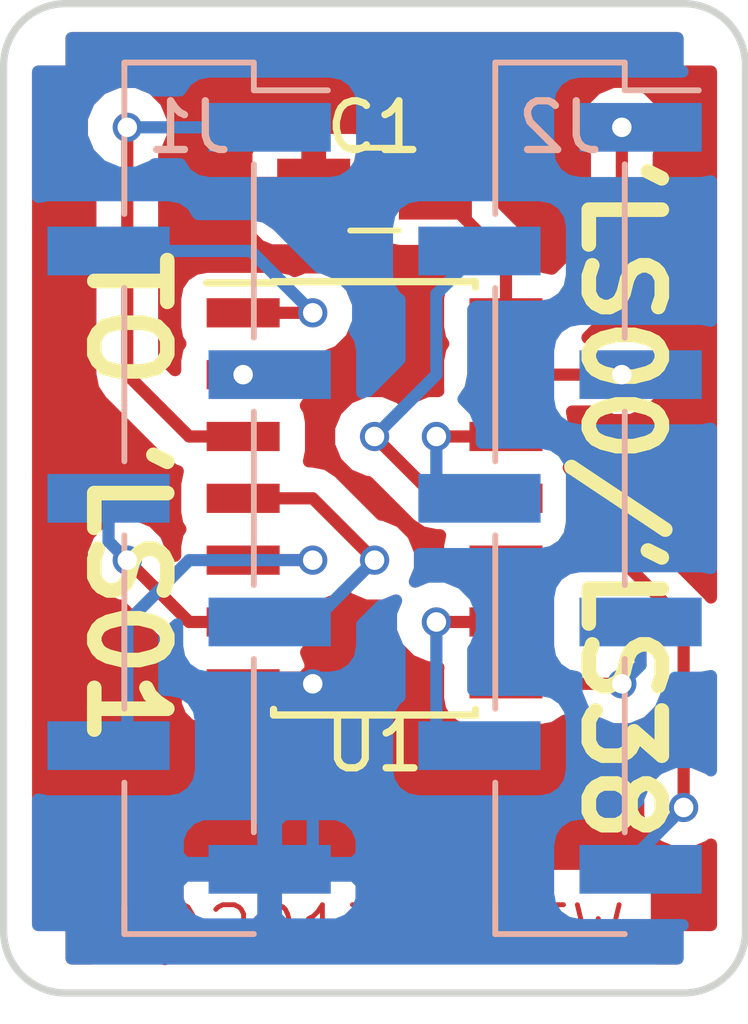
<source format=kicad_pcb>
(kicad_pcb (version 4) (host pcbnew 4.0.7)

  (general
    (links 16)
    (no_connects 0)
    (area 142.164999 93.904999 157.555001 115.165)
    (thickness 1.6)
    (drawings 11)
    (tracks 66)
    (zones 0)
    (modules 4)
    (nets 15)
  )

  (page A4)
  (layers
    (0 F.Cu signal)
    (31 B.Cu signal)
    (32 B.Adhes user)
    (33 F.Adhes user)
    (34 B.Paste user)
    (35 F.Paste user)
    (36 B.SilkS user)
    (37 F.SilkS user)
    (38 B.Mask user)
    (39 F.Mask user)
    (40 Dwgs.User user)
    (41 Cmts.User user)
    (42 Eco1.User user)
    (43 Eco2.User user)
    (44 Edge.Cuts user)
    (45 Margin user)
    (46 B.CrtYd user)
    (47 F.CrtYd user)
    (48 B.Fab user)
    (49 F.Fab user)
  )

  (setup
    (last_trace_width 0.25)
    (trace_clearance 0.2)
    (zone_clearance 0.508)
    (zone_45_only no)
    (trace_min 0.2)
    (segment_width 0.2)
    (edge_width 0.15)
    (via_size 0.6)
    (via_drill 0.4)
    (via_min_size 0.4)
    (via_min_drill 0.3)
    (uvia_size 0.3)
    (uvia_drill 0.1)
    (uvias_allowed no)
    (uvia_min_size 0.2)
    (uvia_min_drill 0.1)
    (pcb_text_width 0.3)
    (pcb_text_size 1.5 1.5)
    (mod_edge_width 0.15)
    (mod_text_size 1 1)
    (mod_text_width 0.15)
    (pad_size 1.524 1.524)
    (pad_drill 0.762)
    (pad_to_mask_clearance 0.2)
    (aux_axis_origin 0 0)
    (visible_elements 7FFFFFFF)
    (pcbplotparams
      (layerselection 0x00030_80000001)
      (usegerberextensions false)
      (excludeedgelayer true)
      (linewidth 0.100000)
      (plotframeref false)
      (viasonmask false)
      (mode 1)
      (useauxorigin false)
      (hpglpennumber 1)
      (hpglpenspeed 20)
      (hpglpendiameter 15)
      (hpglpenoverlay 2)
      (psnegative false)
      (psa4output false)
      (plotreference true)
      (plotvalue true)
      (plotinvisibletext false)
      (padsonsilk false)
      (subtractmaskfromsilk false)
      (outputformat 1)
      (mirror false)
      (drillshape 1)
      (scaleselection 1)
      (outputdirectory ""))
  )

  (net 0 "")
  (net 1 +5V)
  (net 2 GND)
  (net 3 /A_OUT)
  (net 4 /A_IN2)
  (net 5 /B_IN1)
  (net 6 /A_IN1)
  (net 7 /B_OUT)
  (net 8 /B_IN2)
  (net 9 /D_IN2)
  (net 10 /C_OUT)
  (net 11 /C_IN2)
  (net 12 /D_OUT)
  (net 13 /D_IN1)
  (net 14 /C_IN1)

  (net_class Default "This is the default net class."
    (clearance 0.2)
    (trace_width 0.25)
    (via_dia 0.6)
    (via_drill 0.4)
    (uvia_dia 0.3)
    (uvia_drill 0.1)
    (add_net +5V)
    (add_net /A_IN1)
    (add_net /A_IN2)
    (add_net /A_OUT)
    (add_net /B_IN1)
    (add_net /B_IN2)
    (add_net /B_OUT)
    (add_net /C_IN1)
    (add_net /C_IN2)
    (add_net /C_OUT)
    (add_net /D_IN1)
    (add_net /D_IN2)
    (add_net /D_OUT)
    (add_net GND)
  )

  (module Capacitors_SMD:C_0805_HandSoldering (layer F.Cu) (tedit 59E8A2D8) (tstamp 59E89DE3)
    (at 149.86 97.79 180)
    (descr "Capacitor SMD 0805, hand soldering")
    (tags "capacitor 0805")
    (path /59E8A03C)
    (attr smd)
    (fp_text reference C1 (at 0 1.27 180) (layer F.SilkS)
      (effects (font (size 1 1) (thickness 0.15)))
    )
    (fp_text value C (at 0 1.75 180) (layer F.Fab)
      (effects (font (size 1 1) (thickness 0.15)))
    )
    (fp_text user %R (at 0 -1.75 180) (layer F.Fab)
      (effects (font (size 1 1) (thickness 0.15)))
    )
    (fp_line (start -1 0.62) (end -1 -0.62) (layer F.Fab) (width 0.1))
    (fp_line (start 1 0.62) (end -1 0.62) (layer F.Fab) (width 0.1))
    (fp_line (start 1 -0.62) (end 1 0.62) (layer F.Fab) (width 0.1))
    (fp_line (start -1 -0.62) (end 1 -0.62) (layer F.Fab) (width 0.1))
    (fp_line (start 0.5 -0.85) (end -0.5 -0.85) (layer F.SilkS) (width 0.12))
    (fp_line (start -0.5 0.85) (end 0.5 0.85) (layer F.SilkS) (width 0.12))
    (fp_line (start -2.25 -0.88) (end 2.25 -0.88) (layer F.CrtYd) (width 0.05))
    (fp_line (start -2.25 -0.88) (end -2.25 0.87) (layer F.CrtYd) (width 0.05))
    (fp_line (start 2.25 0.87) (end 2.25 -0.88) (layer F.CrtYd) (width 0.05))
    (fp_line (start 2.25 0.87) (end -2.25 0.87) (layer F.CrtYd) (width 0.05))
    (pad 1 smd rect (at -1.25 0 180) (size 1.5 1.25) (layers F.Cu F.Paste F.Mask)
      (net 1 +5V))
    (pad 2 smd rect (at 1.25 0 180) (size 1.5 1.25) (layers F.Cu F.Paste F.Mask)
      (net 2 GND))
    (model Capacitors_SMD.3dshapes/C_0805.wrl
      (at (xyz 0 0 0))
      (scale (xyz 1 1 1))
      (rotate (xyz 0 0 0))
    )
  )

  (module Pin_Headers:Pin_Header_Straight_1x07_Pitch2.54mm_SMD_Pin1Left (layer B.Cu) (tedit 59E8A37C) (tstamp 59E89DEE)
    (at 146.05 104.14 180)
    (descr "surface-mounted straight pin header, 1x07, 2.54mm pitch, single row, style 1 (pin 1 left)")
    (tags "Surface mounted pin header SMD 1x07 2.54mm single row style1 pin1 left")
    (path /59E8A863)
    (attr smd)
    (fp_text reference J1 (at 0 7.62 180) (layer B.SilkS)
      (effects (font (size 1 1) (thickness 0.15)) (justify mirror))
    )
    (fp_text value Conn_LT (at 0 -9.95 180) (layer B.Fab)
      (effects (font (size 1 1) (thickness 0.15)) (justify mirror))
    )
    (fp_line (start 1.27 -8.89) (end -1.27 -8.89) (layer B.Fab) (width 0.1))
    (fp_line (start -0.32 8.89) (end 1.27 8.89) (layer B.Fab) (width 0.1))
    (fp_line (start -1.27 -8.89) (end -1.27 7.94) (layer B.Fab) (width 0.1))
    (fp_line (start -1.27 7.94) (end -0.32 8.89) (layer B.Fab) (width 0.1))
    (fp_line (start 1.27 8.89) (end 1.27 -8.89) (layer B.Fab) (width 0.1))
    (fp_line (start -1.27 7.94) (end -2.54 7.94) (layer B.Fab) (width 0.1))
    (fp_line (start -2.54 7.94) (end -2.54 7.3) (layer B.Fab) (width 0.1))
    (fp_line (start -2.54 7.3) (end -1.27 7.3) (layer B.Fab) (width 0.1))
    (fp_line (start -1.27 2.86) (end -2.54 2.86) (layer B.Fab) (width 0.1))
    (fp_line (start -2.54 2.86) (end -2.54 2.22) (layer B.Fab) (width 0.1))
    (fp_line (start -2.54 2.22) (end -1.27 2.22) (layer B.Fab) (width 0.1))
    (fp_line (start -1.27 -2.22) (end -2.54 -2.22) (layer B.Fab) (width 0.1))
    (fp_line (start -2.54 -2.22) (end -2.54 -2.86) (layer B.Fab) (width 0.1))
    (fp_line (start -2.54 -2.86) (end -1.27 -2.86) (layer B.Fab) (width 0.1))
    (fp_line (start -1.27 -7.3) (end -2.54 -7.3) (layer B.Fab) (width 0.1))
    (fp_line (start -2.54 -7.3) (end -2.54 -7.94) (layer B.Fab) (width 0.1))
    (fp_line (start -2.54 -7.94) (end -1.27 -7.94) (layer B.Fab) (width 0.1))
    (fp_line (start 1.27 5.4) (end 2.54 5.4) (layer B.Fab) (width 0.1))
    (fp_line (start 2.54 5.4) (end 2.54 4.76) (layer B.Fab) (width 0.1))
    (fp_line (start 2.54 4.76) (end 1.27 4.76) (layer B.Fab) (width 0.1))
    (fp_line (start 1.27 0.32) (end 2.54 0.32) (layer B.Fab) (width 0.1))
    (fp_line (start 2.54 0.32) (end 2.54 -0.32) (layer B.Fab) (width 0.1))
    (fp_line (start 2.54 -0.32) (end 1.27 -0.32) (layer B.Fab) (width 0.1))
    (fp_line (start 1.27 -4.76) (end 2.54 -4.76) (layer B.Fab) (width 0.1))
    (fp_line (start 2.54 -4.76) (end 2.54 -5.4) (layer B.Fab) (width 0.1))
    (fp_line (start 2.54 -5.4) (end 1.27 -5.4) (layer B.Fab) (width 0.1))
    (fp_line (start -1.33 8.95) (end 1.33 8.95) (layer B.SilkS) (width 0.12))
    (fp_line (start -1.33 -8.95) (end 1.33 -8.95) (layer B.SilkS) (width 0.12))
    (fp_line (start 1.33 8.95) (end 1.33 5.84) (layer B.SilkS) (width 0.12))
    (fp_line (start -1.33 8.38) (end -2.85 8.38) (layer B.SilkS) (width 0.12))
    (fp_line (start -1.33 8.95) (end -1.33 8.38) (layer B.SilkS) (width 0.12))
    (fp_line (start 1.33 -8.38) (end 1.33 -8.95) (layer B.SilkS) (width 0.12))
    (fp_line (start 1.33 4.32) (end 1.33 0.76) (layer B.SilkS) (width 0.12))
    (fp_line (start 1.33 -0.76) (end 1.33 -4.32) (layer B.SilkS) (width 0.12))
    (fp_line (start 1.33 -5.84) (end 1.33 -8.95) (layer B.SilkS) (width 0.12))
    (fp_line (start -1.33 6.86) (end -1.33 3.3) (layer B.SilkS) (width 0.12))
    (fp_line (start -1.33 1.78) (end -1.33 -1.78) (layer B.SilkS) (width 0.12))
    (fp_line (start -1.33 -3.3) (end -1.33 -6.86) (layer B.SilkS) (width 0.12))
    (fp_line (start -3.45 9.4) (end -3.45 -9.4) (layer B.CrtYd) (width 0.05))
    (fp_line (start -3.45 -9.4) (end 3.45 -9.4) (layer B.CrtYd) (width 0.05))
    (fp_line (start 3.45 -9.4) (end 3.45 9.4) (layer B.CrtYd) (width 0.05))
    (fp_line (start 3.45 9.4) (end -3.45 9.4) (layer B.CrtYd) (width 0.05))
    (fp_text user %R (at 0 0 450) (layer B.Fab)
      (effects (font (size 1 1) (thickness 0.15)) (justify mirror))
    )
    (pad 1 smd rect (at -1.655 7.62 180) (size 2.51 1) (layers B.Cu B.Paste B.Mask)
      (net 3 /A_OUT))
    (pad 3 smd rect (at -1.655 2.54 180) (size 2.51 1) (layers B.Cu B.Paste B.Mask)
      (net 4 /A_IN2))
    (pad 5 smd rect (at -1.655 -2.54 180) (size 2.51 1) (layers B.Cu B.Paste B.Mask)
      (net 5 /B_IN1))
    (pad 7 smd rect (at -1.655 -7.62 180) (size 2.51 1) (layers B.Cu B.Paste B.Mask)
      (net 2 GND))
    (pad 2 smd rect (at 1.655 5.08 180) (size 2.51 1) (layers B.Cu B.Paste B.Mask)
      (net 6 /A_IN1))
    (pad 4 smd rect (at 1.655 0 180) (size 2.51 1) (layers B.Cu B.Paste B.Mask)
      (net 7 /B_OUT))
    (pad 6 smd rect (at 1.655 -5.08 180) (size 2.51 1) (layers B.Cu B.Paste B.Mask)
      (net 8 /B_IN2))
    (model ${KISYS3DMOD}/Pin_Headers.3dshapes/Pin_Header_Straight_1x07_Pitch2.54mm_SMD_Pin1Left.wrl
      (at (xyz 0 0 0))
      (scale (xyz 1 1 1))
      (rotate (xyz 0 0 0))
    )
  )

  (module Pin_Headers:Pin_Header_Straight_1x07_Pitch2.54mm_SMD_Pin1Left (layer B.Cu) (tedit 59E8A37A) (tstamp 59E89DF9)
    (at 153.67 104.14 180)
    (descr "surface-mounted straight pin header, 1x07, 2.54mm pitch, single row, style 1 (pin 1 left)")
    (tags "Surface mounted pin header SMD 1x07 2.54mm single row style1 pin1 left")
    (path /59E8A898)
    (attr smd)
    (fp_text reference J2 (at 0 7.62 180) (layer B.SilkS)
      (effects (font (size 1 1) (thickness 0.15)) (justify mirror))
    )
    (fp_text value Conn_RT (at 0 -9.95 180) (layer B.Fab)
      (effects (font (size 1 1) (thickness 0.15)) (justify mirror))
    )
    (fp_line (start 1.27 -8.89) (end -1.27 -8.89) (layer B.Fab) (width 0.1))
    (fp_line (start -0.32 8.89) (end 1.27 8.89) (layer B.Fab) (width 0.1))
    (fp_line (start -1.27 -8.89) (end -1.27 7.94) (layer B.Fab) (width 0.1))
    (fp_line (start -1.27 7.94) (end -0.32 8.89) (layer B.Fab) (width 0.1))
    (fp_line (start 1.27 8.89) (end 1.27 -8.89) (layer B.Fab) (width 0.1))
    (fp_line (start -1.27 7.94) (end -2.54 7.94) (layer B.Fab) (width 0.1))
    (fp_line (start -2.54 7.94) (end -2.54 7.3) (layer B.Fab) (width 0.1))
    (fp_line (start -2.54 7.3) (end -1.27 7.3) (layer B.Fab) (width 0.1))
    (fp_line (start -1.27 2.86) (end -2.54 2.86) (layer B.Fab) (width 0.1))
    (fp_line (start -2.54 2.86) (end -2.54 2.22) (layer B.Fab) (width 0.1))
    (fp_line (start -2.54 2.22) (end -1.27 2.22) (layer B.Fab) (width 0.1))
    (fp_line (start -1.27 -2.22) (end -2.54 -2.22) (layer B.Fab) (width 0.1))
    (fp_line (start -2.54 -2.22) (end -2.54 -2.86) (layer B.Fab) (width 0.1))
    (fp_line (start -2.54 -2.86) (end -1.27 -2.86) (layer B.Fab) (width 0.1))
    (fp_line (start -1.27 -7.3) (end -2.54 -7.3) (layer B.Fab) (width 0.1))
    (fp_line (start -2.54 -7.3) (end -2.54 -7.94) (layer B.Fab) (width 0.1))
    (fp_line (start -2.54 -7.94) (end -1.27 -7.94) (layer B.Fab) (width 0.1))
    (fp_line (start 1.27 5.4) (end 2.54 5.4) (layer B.Fab) (width 0.1))
    (fp_line (start 2.54 5.4) (end 2.54 4.76) (layer B.Fab) (width 0.1))
    (fp_line (start 2.54 4.76) (end 1.27 4.76) (layer B.Fab) (width 0.1))
    (fp_line (start 1.27 0.32) (end 2.54 0.32) (layer B.Fab) (width 0.1))
    (fp_line (start 2.54 0.32) (end 2.54 -0.32) (layer B.Fab) (width 0.1))
    (fp_line (start 2.54 -0.32) (end 1.27 -0.32) (layer B.Fab) (width 0.1))
    (fp_line (start 1.27 -4.76) (end 2.54 -4.76) (layer B.Fab) (width 0.1))
    (fp_line (start 2.54 -4.76) (end 2.54 -5.4) (layer B.Fab) (width 0.1))
    (fp_line (start 2.54 -5.4) (end 1.27 -5.4) (layer B.Fab) (width 0.1))
    (fp_line (start -1.33 8.95) (end 1.33 8.95) (layer B.SilkS) (width 0.12))
    (fp_line (start -1.33 -8.95) (end 1.33 -8.95) (layer B.SilkS) (width 0.12))
    (fp_line (start 1.33 8.95) (end 1.33 5.84) (layer B.SilkS) (width 0.12))
    (fp_line (start -1.33 8.38) (end -2.85 8.38) (layer B.SilkS) (width 0.12))
    (fp_line (start -1.33 8.95) (end -1.33 8.38) (layer B.SilkS) (width 0.12))
    (fp_line (start 1.33 -8.38) (end 1.33 -8.95) (layer B.SilkS) (width 0.12))
    (fp_line (start 1.33 4.32) (end 1.33 0.76) (layer B.SilkS) (width 0.12))
    (fp_line (start 1.33 -0.76) (end 1.33 -4.32) (layer B.SilkS) (width 0.12))
    (fp_line (start 1.33 -5.84) (end 1.33 -8.95) (layer B.SilkS) (width 0.12))
    (fp_line (start -1.33 6.86) (end -1.33 3.3) (layer B.SilkS) (width 0.12))
    (fp_line (start -1.33 1.78) (end -1.33 -1.78) (layer B.SilkS) (width 0.12))
    (fp_line (start -1.33 -3.3) (end -1.33 -6.86) (layer B.SilkS) (width 0.12))
    (fp_line (start -3.45 9.4) (end -3.45 -9.4) (layer B.CrtYd) (width 0.05))
    (fp_line (start -3.45 -9.4) (end 3.45 -9.4) (layer B.CrtYd) (width 0.05))
    (fp_line (start 3.45 -9.4) (end 3.45 9.4) (layer B.CrtYd) (width 0.05))
    (fp_line (start 3.45 9.4) (end -3.45 9.4) (layer B.CrtYd) (width 0.05))
    (fp_text user %R (at 0 0 450) (layer B.Fab)
      (effects (font (size 1 1) (thickness 0.15)) (justify mirror))
    )
    (pad 1 smd rect (at -1.655 7.62 180) (size 2.51 1) (layers B.Cu B.Paste B.Mask)
      (net 1 +5V))
    (pad 3 smd rect (at -1.655 2.54 180) (size 2.51 1) (layers B.Cu B.Paste B.Mask)
      (net 9 /D_IN2))
    (pad 5 smd rect (at -1.655 -2.54 180) (size 2.51 1) (layers B.Cu B.Paste B.Mask)
      (net 10 /C_OUT))
    (pad 7 smd rect (at -1.655 -7.62 180) (size 2.51 1) (layers B.Cu B.Paste B.Mask)
      (net 11 /C_IN2))
    (pad 2 smd rect (at 1.655 5.08 180) (size 2.51 1) (layers B.Cu B.Paste B.Mask)
      (net 12 /D_OUT))
    (pad 4 smd rect (at 1.655 0 180) (size 2.51 1) (layers B.Cu B.Paste B.Mask)
      (net 13 /D_IN1))
    (pad 6 smd rect (at 1.655 -5.08 180) (size 2.51 1) (layers B.Cu B.Paste B.Mask)
      (net 14 /C_IN1))
    (model ${KISYS3DMOD}/Pin_Headers.3dshapes/Pin_Header_Straight_1x07_Pitch2.54mm_SMD_Pin1Left.wrl
      (at (xyz 0 0 0))
      (scale (xyz 1 1 1))
      (rotate (xyz 0 0 0))
    )
  )

  (module Housings_SOIC:SOIC-14_3.9x8.7mm_Pitch1.27mm (layer F.Cu) (tedit 59E8A2CE) (tstamp 59E89E0B)
    (at 149.86 104.14)
    (descr "14-Lead Plastic Small Outline (SL) - Narrow, 3.90 mm Body [SOIC] (see Microchip Packaging Specification 00000049BS.pdf)")
    (tags "SOIC 1.27")
    (path /59E89676)
    (attr smd)
    (fp_text reference U1 (at 0 5.08) (layer F.SilkS)
      (effects (font (size 1 1) (thickness 0.15)))
    )
    (fp_text value 74LS38 (at 0 5.375) (layer F.Fab)
      (effects (font (size 1 1) (thickness 0.15)))
    )
    (fp_text user %R (at 0 0) (layer F.Fab)
      (effects (font (size 0.9 0.9) (thickness 0.135)))
    )
    (fp_line (start -0.95 -4.35) (end 1.95 -4.35) (layer F.Fab) (width 0.15))
    (fp_line (start 1.95 -4.35) (end 1.95 4.35) (layer F.Fab) (width 0.15))
    (fp_line (start 1.95 4.35) (end -1.95 4.35) (layer F.Fab) (width 0.15))
    (fp_line (start -1.95 4.35) (end -1.95 -3.35) (layer F.Fab) (width 0.15))
    (fp_line (start -1.95 -3.35) (end -0.95 -4.35) (layer F.Fab) (width 0.15))
    (fp_line (start -3.7 -4.65) (end -3.7 4.65) (layer F.CrtYd) (width 0.05))
    (fp_line (start 3.7 -4.65) (end 3.7 4.65) (layer F.CrtYd) (width 0.05))
    (fp_line (start -3.7 -4.65) (end 3.7 -4.65) (layer F.CrtYd) (width 0.05))
    (fp_line (start -3.7 4.65) (end 3.7 4.65) (layer F.CrtYd) (width 0.05))
    (fp_line (start -2.075 -4.45) (end -2.075 -4.425) (layer F.SilkS) (width 0.15))
    (fp_line (start 2.075 -4.45) (end 2.075 -4.335) (layer F.SilkS) (width 0.15))
    (fp_line (start 2.075 4.45) (end 2.075 4.335) (layer F.SilkS) (width 0.15))
    (fp_line (start -2.075 4.45) (end -2.075 4.335) (layer F.SilkS) (width 0.15))
    (fp_line (start -2.075 -4.45) (end 2.075 -4.45) (layer F.SilkS) (width 0.15))
    (fp_line (start -2.075 4.45) (end 2.075 4.45) (layer F.SilkS) (width 0.15))
    (fp_line (start -2.075 -4.425) (end -3.45 -4.425) (layer F.SilkS) (width 0.15))
    (pad 1 smd rect (at -2.7 -3.81) (size 1.5 0.6) (layers F.Cu F.Paste F.Mask)
      (net 6 /A_IN1))
    (pad 2 smd rect (at -2.7 -2.54) (size 1.5 0.6) (layers F.Cu F.Paste F.Mask)
      (net 4 /A_IN2))
    (pad 3 smd rect (at -2.7 -1.27) (size 1.5 0.6) (layers F.Cu F.Paste F.Mask)
      (net 3 /A_OUT))
    (pad 4 smd rect (at -2.7 0) (size 1.5 0.6) (layers F.Cu F.Paste F.Mask)
      (net 5 /B_IN1))
    (pad 5 smd rect (at -2.7 1.27) (size 1.5 0.6) (layers F.Cu F.Paste F.Mask)
      (net 8 /B_IN2))
    (pad 6 smd rect (at -2.7 2.54) (size 1.5 0.6) (layers F.Cu F.Paste F.Mask)
      (net 7 /B_OUT))
    (pad 7 smd rect (at -2.7 3.81) (size 1.5 0.6) (layers F.Cu F.Paste F.Mask)
      (net 2 GND))
    (pad 8 smd rect (at 2.7 3.81) (size 1.5 0.6) (layers F.Cu F.Paste F.Mask)
      (net 10 /C_OUT))
    (pad 9 smd rect (at 2.7 2.54) (size 1.5 0.6) (layers F.Cu F.Paste F.Mask)
      (net 14 /C_IN1))
    (pad 10 smd rect (at 2.7 1.27) (size 1.5 0.6) (layers F.Cu F.Paste F.Mask)
      (net 11 /C_IN2))
    (pad 11 smd rect (at 2.7 0) (size 1.5 0.6) (layers F.Cu F.Paste F.Mask)
      (net 12 /D_OUT))
    (pad 12 smd rect (at 2.7 -1.27) (size 1.5 0.6) (layers F.Cu F.Paste F.Mask)
      (net 13 /D_IN1))
    (pad 13 smd rect (at 2.7 -2.54) (size 1.5 0.6) (layers F.Cu F.Paste F.Mask)
      (net 9 /D_IN2))
    (pad 14 smd rect (at 2.7 -3.81) (size 1.5 0.6) (layers F.Cu F.Paste F.Mask)
      (net 1 +5V))
    (model ${KISYS3DMOD}/Housings_SOIC.3dshapes/SOIC-14_3.9x8.7mm_Pitch1.27mm.wrl
      (at (xyz 0 0 0))
      (scale (xyz 1 1 1))
      (rotate (xyz 0 0 0))
    )
  )

  (gr_text "TO 'LS01" (at 144.78 104.14 270) (layer F.SilkS)
    (effects (font (size 1.5 1.5) (thickness 0.3)))
  )
  (gr_text 'LS00/'LS38 (at 154.94 104.14 270) (layer F.SilkS)
    (effects (font (size 1.5 1.5) (thickness 0.3)))
  )
  (gr_text "©2017 NGFW" (at 149.86 113.03) (layer F.Cu)
    (effects (font (size 1 1) (thickness 0.1)))
  )
  (gr_line (start 157.48 95.25) (end 157.48 113.03) (angle 90) (layer Edge.Cuts) (width 0.15))
  (gr_line (start 143.51 93.98) (end 156.21 93.98) (angle 90) (layer Edge.Cuts) (width 0.15))
  (gr_line (start 142.24 113.03) (end 142.24 95.25) (angle 90) (layer Edge.Cuts) (width 0.15))
  (gr_line (start 156.21 114.3) (end 143.51 114.3) (angle 90) (layer Edge.Cuts) (width 0.15))
  (gr_arc (start 156.21 113.03) (end 157.48 113.03) (angle 90) (layer Edge.Cuts) (width 0.15))
  (gr_arc (start 143.51 113.03) (end 143.51 114.3) (angle 90) (layer Edge.Cuts) (width 0.15))
  (gr_arc (start 143.51 95.25) (end 142.24 95.25) (angle 90) (layer Edge.Cuts) (width 0.15))
  (gr_arc (start 156.21 95.25) (end 156.21 93.98) (angle 90) (layer Edge.Cuts) (width 0.15))

  (segment (start 152.56 100.33) (end 153.67 100.33) (width 0.25) (layer F.Cu) (net 1))
  (segment (start 154.94 96.52) (end 155.325 96.52) (width 0.25) (layer B.Cu) (net 1) (tstamp 59E89F18))
  (via (at 154.94 96.52) (size 0.6) (drill 0.4) (layers F.Cu B.Cu) (net 1))
  (segment (start 154.94 99.06) (end 154.94 96.52) (width 0.25) (layer F.Cu) (net 1) (tstamp 59E89F14))
  (segment (start 153.67 100.33) (end 154.94 99.06) (width 0.25) (layer F.Cu) (net 1) (tstamp 59E89F13))
  (segment (start 152.56 100.33) (end 152.56 99.24) (width 0.25) (layer F.Cu) (net 1))
  (segment (start 152.56 99.24) (end 151.11 97.79) (width 0.25) (layer F.Cu) (net 1) (tstamp 59E89F0A))
  (segment (start 147.16 107.95) (end 148.59 107.95) (width 0.25) (layer F.Cu) (net 2))
  (segment (start 148.59 107.95) (end 148.59 111.76) (width 0.25) (layer B.Cu) (net 2) (tstamp 59E8A071))
  (via (at 148.59 107.95) (size 0.6) (drill 0.4) (layers F.Cu B.Cu) (net 2))
  (segment (start 148.59 111.76) (end 147.705 111.76) (width 0.25) (layer B.Cu) (net 2) (tstamp 59E8A072))
  (segment (start 147.16 102.87) (end 146.05 102.87) (width 0.25) (layer F.Cu) (net 3))
  (segment (start 144.78 96.52) (end 147.705 96.52) (width 0.25) (layer B.Cu) (net 3) (tstamp 59E8A116))
  (via (at 144.78 96.52) (size 0.6) (drill 0.4) (layers F.Cu B.Cu) (net 3))
  (segment (start 144.78 101.6) (end 144.78 96.52) (width 0.25) (layer F.Cu) (net 3) (tstamp 59E8A110))
  (segment (start 146.05 102.87) (end 144.78 101.6) (width 0.25) (layer F.Cu) (net 3) (tstamp 59E8A10E))
  (via (at 147.16 101.6) (size 0.6) (drill 0.4) (layers F.Cu B.Cu) (net 4))
  (segment (start 147.16 101.6) (end 147.705 101.6) (width 0.25) (layer B.Cu) (net 4) (tstamp 59E89F37))
  (segment (start 147.16 104.14) (end 148.59 104.14) (width 0.25) (layer F.Cu) (net 5))
  (segment (start 149.86 105.41) (end 148.59 106.68) (width 0.25) (layer B.Cu) (net 5) (tstamp 59E8A092))
  (via (at 149.86 105.41) (size 0.6) (drill 0.4) (layers F.Cu B.Cu) (net 5))
  (segment (start 148.59 104.14) (end 149.86 105.41) (width 0.25) (layer F.Cu) (net 5) (tstamp 59E8A08F))
  (segment (start 148.59 106.68) (end 147.705 106.68) (width 0.25) (layer B.Cu) (net 5) (tstamp 59E8A093))
  (segment (start 148.59 106.68) (end 147.705 106.68) (width 0.25) (layer B.Cu) (net 5) (tstamp 59E89F9D))
  (segment (start 147.16 100.33) (end 148.59 100.33) (width 0.25) (layer F.Cu) (net 6))
  (segment (start 147.32 99.06) (end 144.395 99.06) (width 0.25) (layer B.Cu) (net 6) (tstamp 59E8A0F7))
  (segment (start 148.59 100.33) (end 147.32 99.06) (width 0.25) (layer B.Cu) (net 6) (tstamp 59E8A0F6))
  (via (at 148.59 100.33) (size 0.6) (drill 0.4) (layers F.Cu B.Cu) (net 6))
  (segment (start 147.16 106.68) (end 146.05 106.68) (width 0.25) (layer F.Cu) (net 7))
  (segment (start 144.395 105.025) (end 144.395 104.14) (width 0.25) (layer B.Cu) (net 7) (tstamp 59E8A04D))
  (segment (start 144.78 105.41) (end 144.395 105.025) (width 0.25) (layer B.Cu) (net 7) (tstamp 59E8A04C))
  (via (at 144.78 105.41) (size 0.6) (drill 0.4) (layers F.Cu B.Cu) (net 7))
  (segment (start 146.05 106.68) (end 144.78 105.41) (width 0.25) (layer F.Cu) (net 7) (tstamp 59E8A042))
  (segment (start 147.16 105.41) (end 148.59 105.41) (width 0.25) (layer F.Cu) (net 8))
  (segment (start 144.78 106.68) (end 144.78 108.835) (width 0.25) (layer B.Cu) (net 8) (tstamp 59E8A086))
  (segment (start 146.05 105.41) (end 144.78 106.68) (width 0.25) (layer B.Cu) (net 8) (tstamp 59E8A085))
  (segment (start 148.59 105.41) (end 146.05 105.41) (width 0.25) (layer B.Cu) (net 8) (tstamp 59E8A084))
  (via (at 148.59 105.41) (size 0.6) (drill 0.4) (layers F.Cu B.Cu) (net 8))
  (segment (start 144.78 108.835) (end 144.395 109.22) (width 0.25) (layer B.Cu) (net 8) (tstamp 59E8A087))
  (segment (start 152.56 101.6) (end 154.94 101.6) (width 0.25) (layer F.Cu) (net 9))
  (segment (start 154.94 101.6) (end 155.325 101.6) (width 0.25) (layer B.Cu) (net 9) (tstamp 59E89F10))
  (via (at 154.94 101.6) (size 0.6) (drill 0.4) (layers F.Cu B.Cu) (net 9))
  (segment (start 152.56 107.95) (end 154.94 107.95) (width 0.25) (layer F.Cu) (net 10))
  (segment (start 155.325 107.565) (end 155.325 106.68) (width 0.25) (layer B.Cu) (net 10) (tstamp 59E8A0A8))
  (segment (start 154.94 107.95) (end 155.325 107.565) (width 0.25) (layer B.Cu) (net 10) (tstamp 59E8A0A7))
  (via (at 154.94 107.95) (size 0.6) (drill 0.4) (layers F.Cu B.Cu) (net 10))
  (segment (start 152.56 105.41) (end 154.94 105.41) (width 0.25) (layer F.Cu) (net 11))
  (segment (start 156.21 110.49) (end 155.325 111.375) (width 0.25) (layer B.Cu) (net 11) (tstamp 59E8A0D9))
  (via (at 156.21 110.49) (size 0.6) (drill 0.4) (layers F.Cu B.Cu) (net 11))
  (segment (start 156.21 106.68) (end 156.21 110.49) (width 0.25) (layer F.Cu) (net 11) (tstamp 59E8A0D6))
  (segment (start 154.94 105.41) (end 156.21 106.68) (width 0.25) (layer F.Cu) (net 11) (tstamp 59E8A0D2))
  (segment (start 155.325 111.375) (end 155.325 111.76) (width 0.25) (layer B.Cu) (net 11) (tstamp 59E8A0DA))
  (segment (start 152.56 104.14) (end 151.13 104.14) (width 0.25) (layer F.Cu) (net 12))
  (segment (start 151.13 99.945) (end 152.015 99.06) (width 0.25) (layer B.Cu) (net 12) (tstamp 59E8A16C))
  (segment (start 151.13 101.6) (end 151.13 99.945) (width 0.25) (layer B.Cu) (net 12) (tstamp 59E8A168))
  (segment (start 149.86 102.87) (end 151.13 101.6) (width 0.25) (layer B.Cu) (net 12) (tstamp 59E8A167))
  (via (at 149.86 102.87) (size 0.6) (drill 0.4) (layers F.Cu B.Cu) (net 12))
  (segment (start 151.13 104.14) (end 149.86 102.87) (width 0.25) (layer F.Cu) (net 12) (tstamp 59E8A151))
  (segment (start 152.56 102.87) (end 151.13 102.87) (width 0.25) (layer F.Cu) (net 13))
  (segment (start 151.13 102.87) (end 151.13 104.14) (width 0.25) (layer B.Cu) (net 13) (tstamp 59E8A144))
  (via (at 151.13 102.87) (size 0.6) (drill 0.4) (layers F.Cu B.Cu) (net 13))
  (segment (start 151.13 104.14) (end 152.015 104.14) (width 0.25) (layer B.Cu) (net 13) (tstamp 59E8A145))
  (segment (start 152.56 106.68) (end 151.13 106.68) (width 0.25) (layer F.Cu) (net 14))
  (segment (start 151.13 106.68) (end 151.13 109.22) (width 0.25) (layer B.Cu) (net 14) (tstamp 59E8A0C7))
  (via (at 151.13 106.68) (size 0.6) (drill 0.4) (layers F.Cu B.Cu) (net 14))
  (segment (start 151.13 109.22) (end 152.015 109.22) (width 0.25) (layer B.Cu) (net 14) (tstamp 59E8A0C8))

  (zone (net 2) (net_name GND) (layer B.Cu) (tstamp 59E8A18F) (hatch edge 0.508)
    (connect_pads (clearance 0.508))
    (min_thickness 0.254)
    (fill yes (arc_segments 16) (thermal_gap 0.508) (thermal_bridge_width 0.508))
    (polygon
      (pts
        (xy 156.21 95.25) (xy 157.48 95.25) (xy 157.48 113.03) (xy 156.21 113.03) (xy 156.21 114.3)
        (xy 143.51 114.3) (xy 143.51 113.03) (xy 142.24 113.03) (xy 142.24 95.25) (xy 143.51 95.25)
        (xy 143.51 93.98) (xy 156.21 93.98)
      )
    )
    (filled_polygon
      (pts
        (xy 156.083 95.25) (xy 156.093006 95.29941) (xy 156.121447 95.341035) (xy 156.163841 95.368315) (xy 156.186402 95.37256)
        (xy 154.07 95.37256) (xy 153.834683 95.416838) (xy 153.618559 95.55591) (xy 153.473569 95.76811) (xy 153.42256 96.02)
        (xy 153.42256 97.02) (xy 153.466838 97.255317) (xy 153.60591 97.471441) (xy 153.81811 97.616431) (xy 154.07 97.66744)
        (xy 156.58 97.66744) (xy 156.77 97.631689) (xy 156.77 100.491036) (xy 156.58 100.45256) (xy 154.07 100.45256)
        (xy 153.834683 100.496838) (xy 153.618559 100.63591) (xy 153.473569 100.84811) (xy 153.42256 101.1) (xy 153.42256 102.1)
        (xy 153.466838 102.335317) (xy 153.60591 102.551441) (xy 153.81811 102.696431) (xy 154.07 102.74744) (xy 156.58 102.74744)
        (xy 156.77 102.711689) (xy 156.77 105.571036) (xy 156.58 105.53256) (xy 154.07 105.53256) (xy 153.834683 105.576838)
        (xy 153.618559 105.71591) (xy 153.473569 105.92811) (xy 153.42256 106.18) (xy 153.42256 107.18) (xy 153.466838 107.415317)
        (xy 153.60591 107.631441) (xy 153.81811 107.776431) (xy 154.005117 107.814301) (xy 154.004838 108.135167) (xy 154.146883 108.478943)
        (xy 154.409673 108.742192) (xy 154.753201 108.884838) (xy 155.125167 108.885162) (xy 155.468943 108.743117) (xy 155.732192 108.480327)
        (xy 155.874838 108.136799) (xy 155.874884 108.083719) (xy 156.027148 107.85584) (xy 156.032797 107.82744) (xy 156.58 107.82744)
        (xy 156.77 107.791689) (xy 156.77 109.727533) (xy 156.740327 109.697808) (xy 156.396799 109.555162) (xy 156.024833 109.554838)
        (xy 155.681057 109.696883) (xy 155.417808 109.959673) (xy 155.275162 110.303201) (xy 155.275121 110.350077) (xy 155.012638 110.61256)
        (xy 154.07 110.61256) (xy 153.834683 110.656838) (xy 153.618559 110.79591) (xy 153.473569 111.00811) (xy 153.42256 111.26)
        (xy 153.42256 112.26) (xy 153.466838 112.495317) (xy 153.60591 112.711441) (xy 153.81811 112.856431) (xy 154.07 112.90744)
        (xy 156.188075 112.90744) (xy 156.16059 112.913006) (xy 156.118965 112.941447) (xy 156.091685 112.983841) (xy 156.083 113.03)
        (xy 156.083 113.59) (xy 143.637 113.59) (xy 143.637 113.03) (xy 143.626994 112.98059) (xy 143.598553 112.938965)
        (xy 143.556159 112.911685) (xy 143.51 112.903) (xy 142.95 112.903) (xy 142.95 112.04575) (xy 145.815 112.04575)
        (xy 145.815 112.38631) (xy 145.911673 112.619699) (xy 146.090302 112.798327) (xy 146.323691 112.895) (xy 147.41925 112.895)
        (xy 147.578 112.73625) (xy 147.578 111.887) (xy 147.832 111.887) (xy 147.832 112.73625) (xy 147.99075 112.895)
        (xy 149.086309 112.895) (xy 149.319698 112.798327) (xy 149.498327 112.619699) (xy 149.595 112.38631) (xy 149.595 112.04575)
        (xy 149.43625 111.887) (xy 147.832 111.887) (xy 147.578 111.887) (xy 145.97375 111.887) (xy 145.815 112.04575)
        (xy 142.95 112.04575) (xy 142.95 111.13369) (xy 145.815 111.13369) (xy 145.815 111.47425) (xy 145.97375 111.633)
        (xy 147.578 111.633) (xy 147.578 110.78375) (xy 147.832 110.78375) (xy 147.832 111.633) (xy 149.43625 111.633)
        (xy 149.595 111.47425) (xy 149.595 111.13369) (xy 149.498327 110.900301) (xy 149.319698 110.721673) (xy 149.086309 110.625)
        (xy 147.99075 110.625) (xy 147.832 110.78375) (xy 147.578 110.78375) (xy 147.41925 110.625) (xy 146.323691 110.625)
        (xy 146.090302 110.721673) (xy 145.911673 110.900301) (xy 145.815 111.13369) (xy 142.95 111.13369) (xy 142.95 110.328964)
        (xy 143.14 110.36744) (xy 145.65 110.36744) (xy 145.885317 110.323162) (xy 146.101441 110.18409) (xy 146.246431 109.97189)
        (xy 146.29744 109.72) (xy 146.29744 108.72) (xy 146.253162 108.484683) (xy 146.11409 108.268559) (xy 145.90189 108.123569)
        (xy 145.65 108.07256) (xy 145.54 108.07256) (xy 145.54 106.994802) (xy 145.80256 106.732242) (xy 145.80256 107.18)
        (xy 145.846838 107.415317) (xy 145.98591 107.631441) (xy 146.19811 107.776431) (xy 146.45 107.82744) (xy 148.96 107.82744)
        (xy 149.195317 107.783162) (xy 149.411441 107.64409) (xy 149.556431 107.43189) (xy 149.60744 107.18) (xy 149.60744 106.737362)
        (xy 149.99968 106.345122) (xy 150.045167 106.345162) (xy 150.30043 106.23969) (xy 150.195162 106.493201) (xy 150.194838 106.865167)
        (xy 150.336883 107.208943) (xy 150.37 107.242118) (xy 150.37 108.216374) (xy 150.308559 108.25591) (xy 150.163569 108.46811)
        (xy 150.11256 108.72) (xy 150.11256 109.72) (xy 150.156838 109.955317) (xy 150.29591 110.171441) (xy 150.50811 110.316431)
        (xy 150.76 110.36744) (xy 153.27 110.36744) (xy 153.505317 110.323162) (xy 153.721441 110.18409) (xy 153.866431 109.97189)
        (xy 153.91744 109.72) (xy 153.91744 108.72) (xy 153.873162 108.484683) (xy 153.73409 108.268559) (xy 153.52189 108.123569)
        (xy 153.27 108.07256) (xy 151.89 108.07256) (xy 151.89 107.242463) (xy 151.922192 107.210327) (xy 152.064838 106.866799)
        (xy 152.065162 106.494833) (xy 151.923117 106.151057) (xy 151.660327 105.887808) (xy 151.316799 105.745162) (xy 150.944833 105.744838)
        (xy 150.68957 105.85031) (xy 150.794838 105.596799) (xy 150.795107 105.28744) (xy 153.27 105.28744) (xy 153.505317 105.243162)
        (xy 153.721441 105.10409) (xy 153.866431 104.89189) (xy 153.91744 104.64) (xy 153.91744 103.64) (xy 153.873162 103.404683)
        (xy 153.73409 103.188559) (xy 153.52189 103.043569) (xy 153.27 102.99256) (xy 152.064894 102.99256) (xy 152.065162 102.684833)
        (xy 151.923117 102.341057) (xy 151.688418 102.105948) (xy 151.832148 101.89084) (xy 151.89 101.6) (xy 151.89 100.259802)
        (xy 151.942362 100.20744) (xy 153.27 100.20744) (xy 153.505317 100.163162) (xy 153.721441 100.02409) (xy 153.866431 99.81189)
        (xy 153.91744 99.56) (xy 153.91744 98.56) (xy 153.873162 98.324683) (xy 153.73409 98.108559) (xy 153.52189 97.963569)
        (xy 153.27 97.91256) (xy 150.76 97.91256) (xy 150.524683 97.956838) (xy 150.308559 98.09591) (xy 150.163569 98.30811)
        (xy 150.11256 98.56) (xy 150.11256 99.56) (xy 150.156838 99.795317) (xy 150.29591 100.011441) (xy 150.37 100.062065)
        (xy 150.37 101.285198) (xy 149.72032 101.934878) (xy 149.674833 101.934838) (xy 149.60744 101.962684) (xy 149.60744 101.1)
        (xy 149.563162 100.864683) (xy 149.45207 100.692042) (xy 149.524838 100.516799) (xy 149.525162 100.144833) (xy 149.383117 99.801057)
        (xy 149.120327 99.537808) (xy 148.776799 99.395162) (xy 148.729923 99.395121) (xy 147.857401 98.522599) (xy 147.610839 98.357852)
        (xy 147.32 98.3) (xy 146.237279 98.3) (xy 146.11409 98.108559) (xy 145.90189 97.963569) (xy 145.65 97.91256)
        (xy 143.14 97.91256) (xy 142.95 97.948311) (xy 142.95 96.705167) (xy 143.844838 96.705167) (xy 143.986883 97.048943)
        (xy 144.249673 97.312192) (xy 144.593201 97.454838) (xy 144.965167 97.455162) (xy 145.308943 97.313117) (xy 145.342118 97.28)
        (xy 145.862721 97.28) (xy 145.98591 97.471441) (xy 146.19811 97.616431) (xy 146.45 97.66744) (xy 148.96 97.66744)
        (xy 149.195317 97.623162) (xy 149.411441 97.48409) (xy 149.556431 97.27189) (xy 149.60744 97.02) (xy 149.60744 96.02)
        (xy 149.563162 95.784683) (xy 149.42409 95.568559) (xy 149.21189 95.423569) (xy 148.96 95.37256) (xy 146.45 95.37256)
        (xy 146.214683 95.416838) (xy 145.998559 95.55591) (xy 145.85911 95.76) (xy 145.342463 95.76) (xy 145.310327 95.727808)
        (xy 144.966799 95.585162) (xy 144.594833 95.584838) (xy 144.251057 95.726883) (xy 143.987808 95.989673) (xy 143.845162 96.333201)
        (xy 143.844838 96.705167) (xy 142.95 96.705167) (xy 142.95 95.377) (xy 143.51 95.377) (xy 143.55941 95.366994)
        (xy 143.601035 95.338553) (xy 143.628315 95.296159) (xy 143.637 95.25) (xy 143.637 94.69) (xy 156.083 94.69)
      )
    )
  )
  (zone (net 2) (net_name GND) (layer F.Cu) (tstamp 59E8A1AC) (hatch edge 0.508)
    (connect_pads (clearance 0.508))
    (min_thickness 0.254)
    (fill yes (arc_segments 16) (thermal_gap 0.508) (thermal_bridge_width 0.508))
    (polygon
      (pts
        (xy 156.21 95.25) (xy 157.48 95.25) (xy 157.48 113.03) (xy 156.21 113.03) (xy 156.21 114.3)
        (xy 143.51 114.3) (xy 143.51 113.03) (xy 142.24 113.03) (xy 142.24 95.25) (xy 143.51 95.25)
        (xy 143.51 93.98) (xy 156.21 93.98)
      )
    )
    (filled_polygon
      (pts
        (xy 156.083 95.25) (xy 156.093006 95.29941) (xy 156.121447 95.341035) (xy 156.163841 95.368315) (xy 156.21 95.377)
        (xy 156.77 95.377) (xy 156.77 106.176421) (xy 156.747401 106.142599) (xy 155.477401 104.872599) (xy 155.230839 104.707852)
        (xy 154.94 104.65) (xy 153.914914 104.65) (xy 153.95744 104.44) (xy 153.95744 103.84) (xy 153.913162 103.604683)
        (xy 153.849322 103.505472) (xy 153.906431 103.42189) (xy 153.95744 103.17) (xy 153.95744 102.57) (xy 153.917926 102.36)
        (xy 154.377537 102.36) (xy 154.409673 102.392192) (xy 154.753201 102.534838) (xy 155.125167 102.535162) (xy 155.468943 102.393117)
        (xy 155.732192 102.130327) (xy 155.874838 101.786799) (xy 155.875162 101.414833) (xy 155.733117 101.071057) (xy 155.470327 100.807808)
        (xy 155.126799 100.665162) (xy 154.754833 100.664838) (xy 154.411057 100.806883) (xy 154.377882 100.84) (xy 154.234802 100.84)
        (xy 155.477401 99.597401) (xy 155.642148 99.35084) (xy 155.7 99.06) (xy 155.7 97.082463) (xy 155.732192 97.050327)
        (xy 155.874838 96.706799) (xy 155.875162 96.334833) (xy 155.733117 95.991057) (xy 155.470327 95.727808) (xy 155.126799 95.585162)
        (xy 154.754833 95.584838) (xy 154.411057 95.726883) (xy 154.147808 95.989673) (xy 154.005162 96.333201) (xy 154.004838 96.705167)
        (xy 154.146883 97.048943) (xy 154.18 97.082118) (xy 154.18 98.745198) (xy 153.503461 99.421737) (xy 153.32 99.384585)
        (xy 153.32 99.24) (xy 153.262148 98.949161) (xy 153.097401 98.702599) (xy 152.50744 98.112638) (xy 152.50744 97.165)
        (xy 152.463162 96.929683) (xy 152.32409 96.713559) (xy 152.11189 96.568569) (xy 151.86 96.51756) (xy 150.36 96.51756)
        (xy 150.124683 96.561838) (xy 149.908559 96.70091) (xy 149.862031 96.769006) (xy 149.719698 96.626673) (xy 149.486309 96.53)
        (xy 148.89575 96.53) (xy 148.737 96.68875) (xy 148.737 97.663) (xy 148.757 97.663) (xy 148.757 97.917)
        (xy 148.737 97.917) (xy 148.737 98.89125) (xy 148.89575 99.05) (xy 149.486309 99.05) (xy 149.719698 98.953327)
        (xy 149.860936 98.81209) (xy 149.89591 98.866441) (xy 150.10811 99.011431) (xy 150.36 99.06244) (xy 151.307638 99.06244)
        (xy 151.656619 99.411421) (xy 151.574683 99.426838) (xy 151.358559 99.56591) (xy 151.213569 99.77811) (xy 151.16256 100.03)
        (xy 151.16256 100.63) (xy 151.206838 100.865317) (xy 151.270678 100.964528) (xy 151.213569 101.04811) (xy 151.16256 101.3)
        (xy 151.16256 101.9) (xy 151.169152 101.935033) (xy 150.944833 101.934838) (xy 150.601057 102.076883) (xy 150.495046 102.18271)
        (xy 150.390327 102.077808) (xy 150.046799 101.935162) (xy 149.674833 101.934838) (xy 149.331057 102.076883) (xy 149.067808 102.339673)
        (xy 148.925162 102.683201) (xy 148.924838 103.055167) (xy 149.066883 103.398943) (xy 149.329673 103.662192) (xy 149.673201 103.804838)
        (xy 149.720077 103.804879) (xy 150.592599 104.677401) (xy 150.83916 104.842148) (xy 151.13 104.9) (xy 151.205086 104.9)
        (xy 151.16256 105.11) (xy 151.16256 105.71) (xy 151.169152 105.745033) (xy 150.944833 105.744838) (xy 150.68957 105.85031)
        (xy 150.794838 105.596799) (xy 150.795162 105.224833) (xy 150.653117 104.881057) (xy 150.390327 104.617808) (xy 150.046799 104.475162)
        (xy 149.999923 104.475121) (xy 149.127401 103.602599) (xy 148.880839 103.437852) (xy 148.59 103.38) (xy 148.514914 103.38)
        (xy 148.55744 103.17) (xy 148.55744 102.57) (xy 148.513162 102.334683) (xy 148.449322 102.235472) (xy 148.506431 102.15189)
        (xy 148.55744 101.9) (xy 148.55744 101.3) (xy 148.550848 101.264967) (xy 148.775167 101.265162) (xy 149.118943 101.123117)
        (xy 149.382192 100.860327) (xy 149.524838 100.516799) (xy 149.525162 100.144833) (xy 149.383117 99.801057) (xy 149.120327 99.537808)
        (xy 148.776799 99.395162) (xy 148.404833 99.394838) (xy 148.218117 99.471987) (xy 148.16189 99.433569) (xy 147.91 99.38256)
        (xy 146.41 99.38256) (xy 146.174683 99.426838) (xy 145.958559 99.56591) (xy 145.813569 99.77811) (xy 145.76256 100.03)
        (xy 145.76256 100.63) (xy 145.806838 100.865317) (xy 145.870678 100.964528) (xy 145.813569 101.04811) (xy 145.76256 101.3)
        (xy 145.76256 101.507758) (xy 145.54 101.285198) (xy 145.54 98.07575) (xy 147.225 98.07575) (xy 147.225 98.54131)
        (xy 147.321673 98.774699) (xy 147.500302 98.953327) (xy 147.733691 99.05) (xy 148.32425 99.05) (xy 148.483 98.89125)
        (xy 148.483 97.917) (xy 147.38375 97.917) (xy 147.225 98.07575) (xy 145.54 98.07575) (xy 145.54 97.082463)
        (xy 145.572192 97.050327) (xy 145.577024 97.03869) (xy 147.225 97.03869) (xy 147.225 97.50425) (xy 147.38375 97.663)
        (xy 148.483 97.663) (xy 148.483 96.68875) (xy 148.32425 96.53) (xy 147.733691 96.53) (xy 147.500302 96.626673)
        (xy 147.321673 96.805301) (xy 147.225 97.03869) (xy 145.577024 97.03869) (xy 145.714838 96.706799) (xy 145.715162 96.334833)
        (xy 145.573117 95.991057) (xy 145.310327 95.727808) (xy 144.966799 95.585162) (xy 144.594833 95.584838) (xy 144.251057 95.726883)
        (xy 143.987808 95.989673) (xy 143.845162 96.333201) (xy 143.844838 96.705167) (xy 143.986883 97.048943) (xy 144.02 97.082118)
        (xy 144.02 101.6) (xy 144.077852 101.890839) (xy 144.242599 102.137401) (xy 145.512599 103.407401) (xy 145.75916 103.572148)
        (xy 145.81666 103.583586) (xy 145.813569 103.58811) (xy 145.76256 103.84) (xy 145.76256 104.44) (xy 145.806838 104.675317)
        (xy 145.870678 104.774528) (xy 145.813569 104.85811) (xy 145.76256 105.11) (xy 145.76256 105.317758) (xy 145.715122 105.27032)
        (xy 145.715162 105.224833) (xy 145.573117 104.881057) (xy 145.310327 104.617808) (xy 144.966799 104.475162) (xy 144.594833 104.474838)
        (xy 144.251057 104.616883) (xy 143.987808 104.879673) (xy 143.845162 105.223201) (xy 143.844838 105.595167) (xy 143.986883 105.938943)
        (xy 144.249673 106.202192) (xy 144.593201 106.344838) (xy 144.640077 106.344879) (xy 145.512599 107.217401) (xy 145.75916 107.382148)
        (xy 145.82796 107.395833) (xy 145.775 107.52369) (xy 145.775 107.66425) (xy 145.93375 107.823) (xy 147.033 107.823)
        (xy 147.033 107.803) (xy 147.287 107.803) (xy 147.287 107.823) (xy 148.38625 107.823) (xy 148.545 107.66425)
        (xy 148.545 107.52369) (xy 148.455194 107.306878) (xy 148.506431 107.23189) (xy 148.55744 106.98) (xy 148.55744 106.38)
        (xy 148.550848 106.344967) (xy 148.775167 106.345162) (xy 149.118943 106.203117) (xy 149.224954 106.09729) (xy 149.329673 106.202192)
        (xy 149.673201 106.344838) (xy 150.045167 106.345162) (xy 150.30043 106.23969) (xy 150.195162 106.493201) (xy 150.194838 106.865167)
        (xy 150.336883 107.208943) (xy 150.599673 107.472192) (xy 150.943201 107.614838) (xy 151.169641 107.615035) (xy 151.16256 107.65)
        (xy 151.16256 108.25) (xy 151.206838 108.485317) (xy 151.34591 108.701441) (xy 151.55811 108.846431) (xy 151.81 108.89744)
        (xy 153.31 108.89744) (xy 153.545317 108.853162) (xy 153.761441 108.71409) (xy 153.764236 108.71) (xy 154.377537 108.71)
        (xy 154.409673 108.742192) (xy 154.753201 108.884838) (xy 155.125167 108.885162) (xy 155.45 108.750944) (xy 155.45 109.927537)
        (xy 155.417808 109.959673) (xy 155.275162 110.303201) (xy 155.274838 110.675167) (xy 155.416883 111.018943) (xy 155.679673 111.282192)
        (xy 156.023201 111.424838) (xy 156.395167 111.425162) (xy 156.738943 111.283117) (xy 156.77 111.252114) (xy 156.77 112.903)
        (xy 156.21 112.903) (xy 156.16059 112.913006) (xy 156.118965 112.941447) (xy 156.091685 112.983841) (xy 156.083 113.03)
        (xy 156.083 113.59) (xy 155.661667 113.59) (xy 155.661667 111.645) (xy 144.058333 111.645) (xy 144.058333 113.59)
        (xy 143.637 113.59) (xy 143.637 113.03) (xy 143.626994 112.98059) (xy 143.598553 112.938965) (xy 143.556159 112.911685)
        (xy 143.51 112.903) (xy 142.95 112.903) (xy 142.95 108.23575) (xy 145.775 108.23575) (xy 145.775 108.37631)
        (xy 145.871673 108.609699) (xy 146.050302 108.788327) (xy 146.283691 108.885) (xy 146.87425 108.885) (xy 147.033 108.72625)
        (xy 147.033 108.077) (xy 147.287 108.077) (xy 147.287 108.72625) (xy 147.44575 108.885) (xy 148.036309 108.885)
        (xy 148.269698 108.788327) (xy 148.448327 108.609699) (xy 148.545 108.37631) (xy 148.545 108.23575) (xy 148.38625 108.077)
        (xy 147.287 108.077) (xy 147.033 108.077) (xy 145.93375 108.077) (xy 145.775 108.23575) (xy 142.95 108.23575)
        (xy 142.95 95.377) (xy 143.51 95.377) (xy 143.55941 95.366994) (xy 143.601035 95.338553) (xy 143.628315 95.296159)
        (xy 143.637 95.25) (xy 143.637 94.69) (xy 156.083 94.69)
      )
    )
  )
)

</source>
